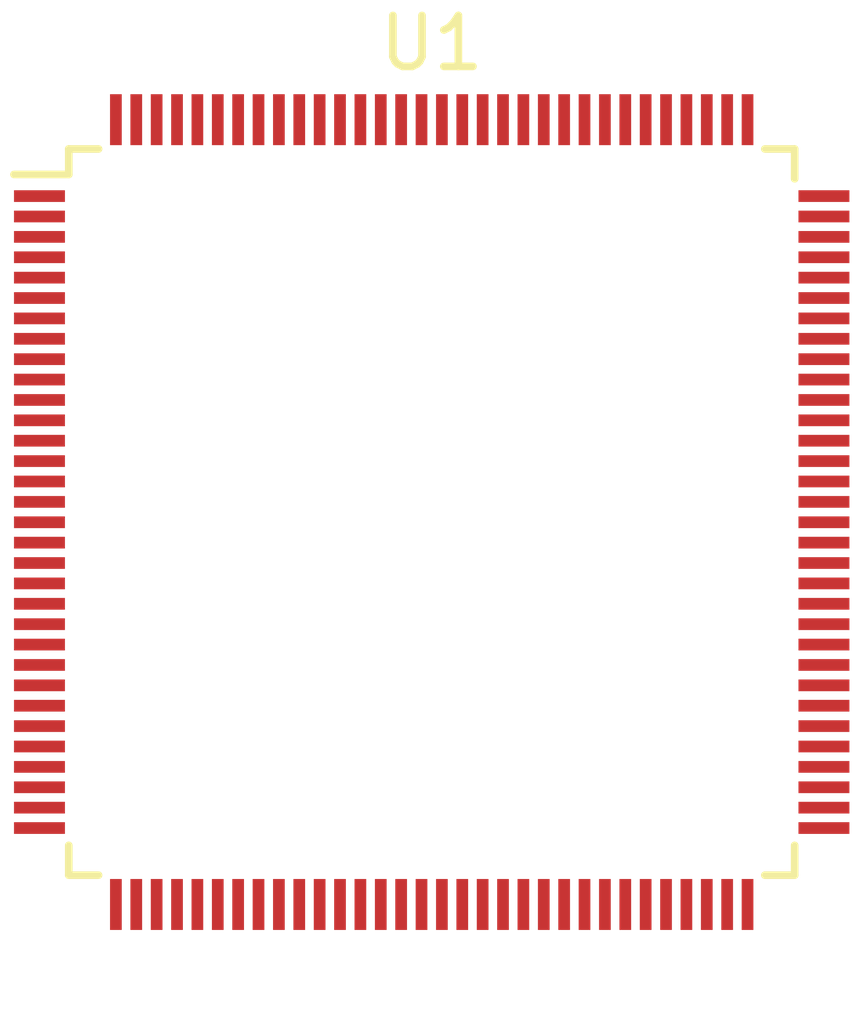
<source format=kicad_pcb>
(kicad_pcb (version 20210108) (generator pcbnew)
  (layers (0 "F.Cu" signal) (31 "B.Cu" signal) (34 "B.Paste" user) (35 "F.Paste" user) (36 "B.SilkS" user "B.Silkscreen") (37 "F.SilkS" user "F.Silkscreen") (38 "B.Mask" user) (39 "F.Mask" user) (44 "Edge.Cuts" user))
  (net 0 "")
  (net 1 "no_connect_(U1-Pad128)")
  (net 2 "no_connect_(U1-Pad127)")
  (net 3 "no_connect_(U1-Pad126)")
  (net 4 "no_connect_(U1-Pad125)")
  (net 5 "no_connect_(U1-Pad124)")
  (net 6 "no_connect_(U1-Pad123)")
  (net 7 "no_connect_(U1-Pad122)")
  (net 8 "no_connect_(U1-Pad121)")
  (net 9 "no_connect_(U1-Pad120)")
  (net 10 "no_connect_(U1-Pad119)")
  (net 11 "no_connect_(U1-Pad118)")
  (net 12 "no_connect_(U1-Pad117)")
  (net 13 "no_connect_(U1-Pad116)")
  (net 14 "no_connect_(U1-Pad115)")
  (net 15 "no_connect_(U1-Pad114)")
  (net 16 "no_connect_(U1-Pad113)")
  (net 17 "no_connect_(U1-Pad112)")
  (net 18 "no_connect_(U1-Pad111)")
  (net 19 "no_connect_(U1-Pad110)")
  (net 20 "no_connect_(U1-Pad109)")
  (net 21 "no_connect_(U1-Pad107)")
  (net 22 "no_connect_(U1-Pad106)")
  (net 23 "no_connect_(U1-Pad105)")
  (net 24 "no_connect_(U1-Pad104)")
  (net 25 "no_connect_(U1-Pad103)")
  (net 26 "no_connect_(U1-Pad102)")
  (net 27 "no_connect_(U1-Pad101)")
  (net 28 "no_connect_(U1-Pad100)")
  (net 29 "no_connect_(U1-Pad99)")
  (net 30 "no_connect_(U1-Pad98)")
  (net 31 "no_connect_(U1-Pad97)")
  (net 32 "no_connect_(U1-Pad96)")
  (net 33 "no_connect_(U1-Pad95)")
  (net 34 "no_connect_(U1-Pad94)")
  (net 35 "no_connect_(U1-Pad93)")
  (net 36 "no_connect_(U1-Pad92)")
  (net 37 "no_connect_(U1-Pad91)")
  (net 38 "no_connect_(U1-Pad90)")
  (net 39 "no_connect_(U1-Pad89)")
  (net 40 "no_connect_(U1-Pad88)")
  (net 41 "no_connect_(U1-Pad87)")
  (net 42 "no_connect_(U1-Pad86)")
  (net 43 "no_connect_(U1-Pad85)")
  (net 44 "no_connect_(U1-Pad84)")
  (net 45 "no_connect_(U1-Pad83)")
  (net 46 "no_connect_(U1-Pad82)")
  (net 47 "no_connect_(U1-Pad81)")
  (net 48 "no_connect_(U1-Pad80)")
  (net 49 "no_connect_(U1-Pad79)")
  (net 50 "no_connect_(U1-Pad78)")
  (net 51 "no_connect_(U1-Pad77)")
  (net 52 "no_connect_(U1-Pad76)")
  (net 53 "no_connect_(U1-Pad75)")
  (net 54 "no_connect_(U1-Pad72)")
  (net 55 "no_connect_(U1-Pad71)")
  (net 56 "no_connect_(U1-Pad70)")
  (net 57 "no_connect_(U1-Pad69)")
  (net 58 "no_connect_(U1-Pad68)")
  (net 59 "no_connect_(U1-Pad67)")
  (net 60 "no_connect_(U1-Pad66)")
  (net 61 "no_connect_(U1-Pad65)")
  (net 62 "no_connect_(U1-Pad64)")
  (net 63 "no_connect_(U1-Pad63)")
  (net 64 "no_connect_(U1-Pad62)")
  (net 65 "no_connect_(U1-Pad61)")
  (net 66 "no_connect_(U1-Pad60)")
  (net 67 "no_connect_(U1-Pad59)")
  (net 68 "no_connect_(U1-Pad58)")
  (net 69 "no_connect_(U1-Pad57)")
  (net 70 "no_connect_(U1-Pad56)")
  (net 71 "no_connect_(U1-Pad55)")
  (net 72 "no_connect_(U1-Pad54)")
  (net 73 "no_connect_(U1-Pad53)")
  (net 74 "no_connect_(U1-Pad52)")
  (net 75 "no_connect_(U1-Pad51)")
  (net 76 "no_connect_(U1-Pad50)")
  (net 77 "no_connect_(U1-Pad49)")
  (net 78 "no_connect_(U1-Pad48)")
  (net 79 "no_connect_(U1-Pad47)")
  (net 80 "no_connect_(U1-Pad46)")
  (net 81 "no_connect_(U1-Pad45)")
  (net 82 "no_connect_(U1-Pad44)")
  (net 83 "no_connect_(U1-Pad43)")
  (net 84 "no_connect_(U1-Pad42)")
  (net 85 "no_connect_(U1-Pad41)")
  (net 86 "no_connect_(U1-Pad40)")
  (net 87 "no_connect_(U1-Pad39)")
  (net 88 "no_connect_(U1-Pad38)")
  (net 89 "no_connect_(U1-Pad37)")
  (net 90 "no_connect_(U1-Pad36)")
  (net 91 "no_connect_(U1-Pad35)")
  (net 92 "no_connect_(U1-Pad34)")
  (net 93 "no_connect_(U1-Pad33)")
  (net 94 "no_connect_(U1-Pad32)")
  (net 95 "no_connect_(U1-Pad31)")
  (net 96 "no_connect_(U1-Pad30)")
  (net 97 "no_connect_(U1-Pad29)")
  (net 98 "no_connect_(U1-Pad28)")
  (net 99 "no_connect_(U1-Pad27)")
  (net 100 "no_connect_(U1-Pad26)")
  (net 101 "no_connect_(U1-Pad25)")
  (net 102 "no_connect_(U1-Pad24)")
  (net 103 "no_connect_(U1-Pad23)")
  (net 104 "no_connect_(U1-Pad22)")
  (net 105 "no_connect_(U1-Pad21)")
  (net 106 "no_connect_(U1-Pad20)")
  (net 107 "no_connect_(U1-Pad19)")
  (net 108 "no_connect_(U1-Pad18)")
  (net 109 "no_connect_(U1-Pad17)")
  (net 110 "no_connect_(U1-Pad16)")
  (net 111 "no_connect_(U1-Pad15)")
  (net 112 "no_connect_(U1-Pad14)")
  (net 113 "no_connect_(U1-Pad13)")
  (net 114 "no_connect_(U1-Pad12)")
  (net 115 "no_connect_(U1-Pad11)")
  (net 116 "no_connect_(U1-Pad10)")
  (net 117 "no_connect_(U1-Pad9)")
  (net 118 "no_connect_(U1-Pad8)")
  (net 119 "no_connect_(U1-Pad7)")
  (net 120 "no_connect_(U1-Pad6)")
  (net 121 "no_connect_(U1-Pad5)")
  (net 122 "no_connect_(U1-Pad4)")
  (net 123 "no_connect_(U1-Pad3)")
  (net 124 "no_connect_(U1-Pad2)")
  (net 125 "no_connect_(U1-Pad1)")
  (footprint "Package_QFP:TQFP-128_14x14mm_P0.4mm" (layer "F.Cu") (at 139.7 88.9)
    (fp_text reference "U1" (at 0 -9.2) (layer "F.SilkS"))
    (fp_text value "KSZ9477S")
    (fp_line (start 7.125 7.125) (end 6.54 7.125) (layer "F.SilkS") (width 0.15))
    (fp_line (start 7.125 -7.125) (end 7.125 -6.54) (layer "F.SilkS") (width 0.15))
    (fp_line (start -7.125 -6.625) (end -8.2 -6.625) (layer "F.SilkS") (width 0.15))
    (fp_line (start 7.125 7.125) (end 7.125 6.54) (layer "F.SilkS") (width 0.15))
    (fp_line (start -7.125 7.125) (end -7.125 6.54) (layer "F.SilkS") (width 0.15))
    (fp_line (start 7.125 -7.125) (end 6.54 -7.125) (layer "F.SilkS") (width 0.15))
    (fp_line (start -7.125 7.125) (end -6.54 7.125) (layer "F.SilkS") (width 0.15))
    (fp_line (start -7.125 -7.125) (end -6.54 -7.125) (layer "F.SilkS") (width 0.15))
    (fp_line (start -7.125 -7.125) (end -7.125 -6.625) (layer "F.SilkS") (width 0.15))
    (pad "1" smd rect (at -7.7 -6.2) (size 1 0.23) (layers "F.Cu" "F.Paste" "F.Mask") (net 125 "no_connect_(U1-Pad1)"))
    (pad "2" smd rect (at -7.7 -5.8) (size 1 0.23) (layers "F.Cu" "F.Paste" "F.Mask") (net 124 "no_connect_(U1-Pad2)"))
    (pad "3" smd rect (at -7.7 -5.4) (size 1 0.23) (layers "F.Cu" "F.Paste" "F.Mask") (net 123 "no_connect_(U1-Pad3)"))
    (pad "4" smd rect (at -7.7 -5) (size 1 0.23) (layers "F.Cu" "F.Paste" "F.Mask") (net 122 "no_connect_(U1-Pad4)"))
    (pad "5" smd rect (at -7.7 -4.6) (size 1 0.23) (layers "F.Cu" "F.Paste" "F.Mask") (net 121 "no_connect_(U1-Pad5)"))
    (pad "6" smd rect (at -7.7 -4.2) (size 1 0.23) (layers "F.Cu" "F.Paste" "F.Mask") (net 120 "no_connect_(U1-Pad6)"))
    (pad "7" smd rect (at -7.7 -3.8) (size 1 0.23) (layers "F.Cu" "F.Paste" "F.Mask") (net 119 "no_connect_(U1-Pad7)"))
    (pad "8" smd rect (at -7.7 -3.4) (size 1 0.23) (layers "F.Cu" "F.Paste" "F.Mask") (net 118 "no_connect_(U1-Pad8)"))
    (pad "9" smd rect (at -7.7 -3) (size 1 0.23) (layers "F.Cu" "F.Paste" "F.Mask") (net 117 "no_connect_(U1-Pad9)"))
    (pad "10" smd rect (at -7.7 -2.6) (size 1 0.23) (layers "F.Cu" "F.Paste" "F.Mask") (net 116 "no_connect_(U1-Pad10)"))
    (pad "11" smd rect (at -7.7 -2.2) (size 1 0.23) (layers "F.Cu" "F.Paste" "F.Mask") (net 115 "no_connect_(U1-Pad11)"))
    (pad "12" smd rect (at -7.7 -1.8) (size 1 0.23) (layers "F.Cu" "F.Paste" "F.Mask") (net 114 "no_connect_(U1-Pad12)"))
    (pad "13" smd rect (at -7.7 -1.4) (size 1 0.23) (layers "F.Cu" "F.Paste" "F.Mask") (net 113 "no_connect_(U1-Pad13)"))
    (pad "14" smd rect (at -7.7 -1) (size 1 0.23) (layers "F.Cu" "F.Paste" "F.Mask") (net 112 "no_connect_(U1-Pad14)"))
    (pad "15" smd rect (at -7.7 -0.6) (size 1 0.23) (layers "F.Cu" "F.Paste" "F.Mask") (net 111 "no_connect_(U1-Pad15)"))
    (pad "16" smd rect (at -7.7 -0.2) (size 1 0.23) (layers "F.Cu" "F.Paste" "F.Mask") (net 110 "no_connect_(U1-Pad16)"))
    (pad "17" smd rect (at -7.7 0.2) (size 1 0.23) (layers "F.Cu" "F.Paste" "F.Mask") (net 109 "no_connect_(U1-Pad17)"))
    (pad "18" smd rect (at -7.7 0.6) (size 1 0.23) (layers "F.Cu" "F.Paste" "F.Mask") (net 108 "no_connect_(U1-Pad18)"))
    (pad "19" smd rect (at -7.7 1) (size 1 0.23) (layers "F.Cu" "F.Paste" "F.Mask") (net 107 "no_connect_(U1-Pad19)"))
    (pad "20" smd rect (at -7.7 1.4) (size 1 0.23) (layers "F.Cu" "F.Paste" "F.Mask") (net 106 "no_connect_(U1-Pad20)"))
    (pad "21" smd rect (at -7.7 1.8) (size 1 0.23) (layers "F.Cu" "F.Paste" "F.Mask") (net 105 "no_connect_(U1-Pad21)"))
    (pad "22" smd rect (at -7.7 2.2) (size 1 0.23) (layers "F.Cu" "F.Paste" "F.Mask") (net 104 "no_connect_(U1-Pad22)"))
    (pad "23" smd rect (at -7.7 2.6) (size 1 0.23) (layers "F.Cu" "F.Paste" "F.Mask") (net 103 "no_connect_(U1-Pad23)"))
    (pad "24" smd rect (at -7.7 3) (size 1 0.23) (layers "F.Cu" "F.Paste" "F.Mask") (net 102 "no_connect_(U1-Pad24)"))
    (pad "25" smd rect (at -7.7 3.4) (size 1 0.23) (layers "F.Cu" "F.Paste" "F.Mask") (net 101 "no_connect_(U1-Pad25)"))
    (pad "26" smd rect (at -7.7 3.8) (size 1 0.23) (layers "F.Cu" "F.Paste" "F.Mask") (net 100 "no_connect_(U1-Pad26)"))
    (pad "27" smd rect (at -7.7 4.2) (size 1 0.23) (layers "F.Cu" "F.Paste" "F.Mask") (net 99 "no_connect_(U1-Pad27)"))
    (pad "28" smd rect (at -7.7 4.6) (size 1 0.23) (layers "F.Cu" "F.Paste" "F.Mask") (net 98 "no_connect_(U1-Pad28)"))
    (pad "29" smd rect (at -7.7 5) (size 1 0.23) (layers "F.Cu" "F.Paste" "F.Mask") (net 97 "no_connect_(U1-Pad29)"))
    (pad "30" smd rect (at -7.7 5.4) (size 1 0.23) (layers "F.Cu" "F.Paste" "F.Mask") (net 96 "no_connect_(U1-Pad30)"))
    (pad "31" smd rect (at -7.7 5.8) (size 1 0.23) (layers "F.Cu" "F.Paste" "F.Mask") (net 95 "no_connect_(U1-Pad31)"))
    (pad "32" smd rect (at -7.7 6.2) (size 1 0.23) (layers "F.Cu" "F.Paste" "F.Mask") (net 94 "no_connect_(U1-Pad32)"))
    (pad "33" smd rect (at -6.2 7.7 90) (size 1 0.23) (layers "F.Cu" "F.Paste" "F.Mask") (net 93 "no_connect_(U1-Pad33)"))
    (pad "34" smd rect (at -5.8 7.7 90) (size 1 0.23) (layers "F.Cu" "F.Paste" "F.Mask") (net 92 "no_connect_(U1-Pad34)"))
    (pad "35" smd rect (at -5.4 7.7 90) (size 1 0.23) (layers "F.Cu" "F.Paste" "F.Mask") (net 91 "no_connect_(U1-Pad35)"))
    (pad "36" smd rect (at -5 7.7 90) (size 1 0.23) (layers "F.Cu" "F.Paste" "F.Mask") (net 90 "no_connect_(U1-Pad36)"))
    (pad "37" smd rect (at -4.6 7.7 90) (size 1 0.23) (layers "F.Cu" "F.Paste" "F.Mask") (net 89 "no_connect_(U1-Pad37)"))
    (pad "38" smd rect (at -4.2 7.7 90) (size 1 0.23) (layers "F.Cu" "F.Paste" "F.Mask") (net 88 "no_connect_(U1-Pad38)"))
    (pad "39" smd rect (at -3.8 7.7 90) (size 1 0.23) (layers "F.Cu" "F.Paste" "F.Mask") (net 87 "no_connect_(U1-Pad39)"))
    (pad "40" smd rect (at -3.4 7.7 90) (size 1 0.23) (layers "F.Cu" "F.Paste" "F.Mask") (net 86 "no_connect_(U1-Pad40)"))
    (pad "41" smd rect (at -3 7.7 90) (size 1 0.23) (layers "F.Cu" "F.Paste" "F.Mask") (net 85 "no_connect_(U1-Pad41)"))
    (pad "42" smd rect (at -2.6 7.7 90) (size 1 0.23) (layers "F.Cu" "F.Paste" "F.Mask") (net 84 "no_connect_(U1-Pad42)"))
    (pad "43" smd rect (at -2.2 7.7 90) (size 1 0.23) (layers "F.Cu" "F.Paste" "F.Mask") (net 83 "no_connect_(U1-Pad43)"))
    (pad "44" smd rect (at -1.8 7.7 90) (size 1 0.23) (layers "F.Cu" "F.Paste" "F.Mask") (net 82 "no_connect_(U1-Pad44)"))
    (pad "45" smd rect (at -1.4 7.7 90) (size 1 0.23) (layers "F.Cu" "F.Paste" "F.Mask") (net 81 "no_connect_(U1-Pad45)"))
    (pad "46" smd rect (at -1 7.7 90) (size 1 0.23) (layers "F.Cu" "F.Paste" "F.Mask") (net 80 "no_connect_(U1-Pad46)"))
    (pad "47" smd rect (at -0.6 7.7 90) (size 1 0.23) (layers "F.Cu" "F.Paste" "F.Mask") (net 79 "no_connect_(U1-Pad47)"))
    (pad "48" smd rect (at -0.2 7.7 90) (size 1 0.23) (layers "F.Cu" "F.Paste" "F.Mask") (net 78 "no_connect_(U1-Pad48)"))
    (pad "49" smd rect (at 0.2 7.7 90) (size 1 0.23) (layers "F.Cu" "F.Paste" "F.Mask") (net 77 "no_connect_(U1-Pad49)"))
    (pad "50" smd rect (at 0.6 7.7 90) (size 1 0.23) (layers "F.Cu" "F.Paste" "F.Mask") (net 76 "no_connect_(U1-Pad50)"))
    (pad "51" smd rect (at 1 7.7 90) (size 1 0.23) (layers "F.Cu" "F.Paste" "F.Mask") (net 75 "no_connect_(U1-Pad51)"))
    (pad "52" smd rect (at 1.4 7.7 90) (size 1 0.23) (layers "F.Cu" "F.Paste" "F.Mask") (net 74 "no_connect_(U1-Pad52)"))
    (pad "53" smd rect (at 1.8 7.7 90) (size 1 0.23) (layers "F.Cu" "F.Paste" "F.Mask") (net 73 "no_connect_(U1-Pad53)"))
    (pad "54" smd rect (at 2.2 7.7 90) (size 1 0.23) (layers "F.Cu" "F.Paste" "F.Mask") (net 72 "no_connect_(U1-Pad54)"))
    (pad "55" smd rect (at 2.6 7.7 90) (size 1 0.23) (layers "F.Cu" "F.Paste" "F.Mask") (net 71 "no_connect_(U1-Pad55)"))
    (pad "56" smd rect (at 3 7.7 90) (size 1 0.23) (layers "F.Cu" "F.Paste" "F.Mask") (net 70 "no_connect_(U1-Pad56)"))
    (pad "57" smd rect (at 3.4 7.7 90) (size 1 0.23) (layers "F.Cu" "F.Paste" "F.Mask") (net 69 "no_connect_(U1-Pad57)"))
    (pad "58" smd rect (at 3.8 7.7 90) (size 1 0.23) (layers "F.Cu" "F.Paste" "F.Mask") (net 68 "no_connect_(U1-Pad58)"))
    (pad "59" smd rect (at 4.2 7.7 90) (size 1 0.23) (layers "F.Cu" "F.Paste" "F.Mask") (net 67 "no_connect_(U1-Pad59)"))
    (pad "60" smd rect (at 4.6 7.7 90) (size 1 0.23) (layers "F.Cu" "F.Paste" "F.Mask") (net 66 "no_connect_(U1-Pad60)"))
    (pad "61" smd rect (at 5 7.7 90) (size 1 0.23) (layers "F.Cu" "F.Paste" "F.Mask") (net 65 "no_connect_(U1-Pad61)"))
    (pad "62" smd rect (at 5.4 7.7 90) (size 1 0.23) (layers "F.Cu" "F.Paste" "F.Mask") (net 64 "no_connect_(U1-Pad62)"))
    (pad "63" smd rect (at 5.8 7.7 90) (size 1 0.23) (layers "F.Cu" "F.Paste" "F.Mask") (net 63 "no_connect_(U1-Pad63)"))
    (pad "64" smd rect (at 6.2 7.7 90) (size 1 0.23) (layers "F.Cu" "F.Paste" "F.Mask") (net 62 "no_connect_(U1-Pad64)"))
    (pad "65" smd rect (at 7.7 6.2) (size 1 0.23) (layers "F.Cu" "F.Paste" "F.Mask") (net 61 "no_connect_(U1-Pad65)"))
    (pad "66" smd rect (at 7.7 5.8) (size 1 0.23) (layers "F.Cu" "F.Paste" "F.Mask") (net 60 "no_connect_(U1-Pad66)"))
    (pad "67" smd rect (at 7.7 5.4) (size 1 0.23) (layers "F.Cu" "F.Paste" "F.Mask") (net 59 "no_connect_(U1-Pad67)"))
    (pad "68" smd rect (at 7.7 5) (size 1 0.23) (layers "F.Cu" "F.Paste" "F.Mask") (net 58 "no_connect_(U1-Pad68)"))
    (pad "69" smd rect (at 7.7 4.6) (size 1 0.23) (layers "F.Cu" "F.Paste" "F.Mask") (net 57 "no_connect_(U1-Pad69)"))
    (pad "70" smd rect (at 7.7 4.2) (size 1 0.23) (layers "F.Cu" "F.Paste" "F.Mask") (net 56 "no_connect_(U1-Pad70)"))
    (pad "71" smd rect (at 7.7 3.8) (size 1 0.23) (layers "F.Cu" "F.Paste" "F.Mask") (net 55 "no_connect_(U1-Pad71)"))
    (pad "72" smd rect (at 7.7 3.4) (size 1 0.23) (layers "F.Cu" "F.Paste" "F.Mask") (net 54 "no_connect_(U1-Pad72)"))
    (pad "73" smd rect (at 7.7 3) (size 1 0.23) (layers "F.Cu" "F.Paste" "F.Mask"))
    (pad "74" smd rect (at 7.7 2.6) (size 1 0.23) (layers "F.Cu" "F.Paste" "F.Mask"))
    (pad "75" smd rect (at 7.7 2.2) (size 1 0.23) (layers "F.Cu" "F.Paste" "F.Mask") (net 53 "no_connect_(U1-Pad75)"))
    (pad "76" smd rect (at 7.7 1.8) (size 1 0.23) (layers "F.Cu" "F.Paste" "F.Mask") (net 52 "no_connect_(U1-Pad76)"))
    (pad "77" smd rect (at 7.7 1.4) (size 1 0.23) (layers "F.Cu" "F.Paste" "F.Mask") (net 51 "no_connect_(U1-Pad77)"))
    (pad "78" smd rect (at 7.7 1) (size 1 0.23) (layers "F.Cu" "F.Paste" "F.Mask") (net 50 "no_connect_(U1-Pad78)"))
    (pad "79" smd rect (at 7.7 0.6) (size 1 0.23) (layers "F.Cu" "F.Paste" "F.Mask") (net 49 "no_connect_(U1-Pad79)"))
    (pad "80" smd rect (at 7.7 0.2) (size 1 0.23) (layers "F.Cu" "F.Paste" "F.Mask") (net 48 "no_connect_(U1-Pad80)"))
    (pad "81" smd rect (at 7.7 -0.2) (size 1 0.23) (layers "F.Cu" "F.Paste" "F.Mask") (net 47 "no_connect_(U1-Pad81)"))
    (pad "82" smd rect (at 7.7 -0.6) (size 1 0.23) (layers "F.Cu" "F.Paste" "F.Mask") (net 46 "no_connect_(U1-Pad82)"))
    (pad "83" smd rect (at 7.7 -1) (size 1 0.23) (layers "F.Cu" "F.Paste" "F.Mask") (net 45 "no_connect_(U1-Pad83)"))
    (pad "84" smd rect (at 7.7 -1.4) (size 1 0.23) (layers "F.Cu" "F.Paste" "F.Mask") (net 44 "no_connect_(U1-Pad84)"))
    (pad "85" smd rect (at 7.7 -1.8) (size 1 0.23) (layers "F.Cu" "F.Paste" "F.Mask") (net 43 "no_connect_(U1-Pad85)"))
    (pad "86" smd rect (at 7.7 -2.2) (size 1 0.23) (layers "F.Cu" "F.Paste" "F.Mask") (net 42 "no_connect_(U1-Pad86)"))
    (pad "87" smd rect (at 7.7 -2.6) (size 1 0.23) (layers "F.Cu" "F.Paste" "F.Mask") (net 41 "no_connect_(U1-Pad87)"))
    (pad "88" smd rect (at 7.7 -3) (size 1 0.23) (layers "F.Cu" "F.Paste" "F.Mask") (net 40 "no_connect_(U1-Pad88)"))
    (pad "89" smd rect (at 7.7 -3.4) (size 1 0.23) (layers "F.Cu" "F.Paste" "F.Mask") (net 39 "no_connect_(U1-Pad89)"))
    (pad "90" smd rect (at 7.7 -3.8) (size 1 0.23) (layers "F.Cu" "F.Paste" "F.Mask") (net 38 "no_connect_(U1-Pad90)"))
    (pad "91" smd rect (at 7.7 -4.2) (size 1 0.23) (layers "F.Cu" "F.Paste" "F.Mask") (net 37 "no_connect_(U1-Pad91)"))
    (pad "92" smd rect (at 7.7 -4.6) (size 1 0.23) (layers "F.Cu" "F.Paste" "F.Mask") (net 36 "no_connect_(U1-Pad92)"))
    (pad "93" smd rect (at 7.7 -5) (size 1 0.23) (layers "F.Cu" "F.Paste" "F.Mask") (net 35 "no_connect_(U1-Pad93)"))
    (pad "94" smd rect (at 7.7 -5.4) (size 1 0.23) (layers "F.Cu" "F.Paste" "F.Mask") (net 34 "no_connect_(U1-Pad94)"))
    (pad "95" smd rect (at 7.7 -5.8) (size 1 0.23) (layers "F.Cu" "F.Paste" "F.Mask") (net 33 "no_connect_(U1-Pad95)"))
    (pad "96" smd rect (at 7.7 -6.2) (size 1 0.23) (layers "F.Cu" "F.Paste" "F.Mask") (net 32 "no_connect_(U1-Pad96)"))
    (pad "97" smd rect (at 6.2 -7.7 90) (size 1 0.23) (layers "F.Cu" "F.Paste" "F.Mask") (net 31 "no_connect_(U1-Pad97)"))
    (pad "98" smd rect (at 5.8 -7.7 90) (size 1 0.23) (layers "F.Cu" "F.Paste" "F.Mask") (net 30 "no_connect_(U1-Pad98)"))
    (pad "99" smd rect (at 5.4 -7.7 90) (size 1 0.23) (layers "F.Cu" "F.Paste" "F.Mask") (net 29 "no_connect_(U1-Pad99)"))
    (pad "100" smd rect (at 5 -7.7 90) (size 1 0.23) (layers "F.Cu" "F.Paste" "F.Mask") (net 28 "no_connect_(U1-Pad100)"))
    (pad "101" smd rect (at 4.6 -7.7 90) (size 1 0.23) (layers "F.Cu" "F.Paste" "F.Mask") (net 27 "no_connect_(U1-Pad101)"))
    (pad "102" smd rect (at 4.2 -7.7 90) (size 1 0.23) (layers "F.Cu" "F.Paste" "F.Mask") (net 26 "no_connect_(U1-Pad102)"))
    (pad "103" smd rect (at 3.8 -7.7 90) (size 1 0.23) (layers "F.Cu" "F.Paste" "F.Mask") (net 25 "no_connect_(U1-Pad103)"))
    (pad "104" smd rect (at 3.4 -7.7 90) (size 1 0.23) (layers "F.Cu" "F.Paste" "F.Mask") (net 24 "no_connect_(U1-Pad104)"))
    (pad "105" smd rect (at 3 -7.7 90) (size 1 0.23) (layers "F.Cu" "F.Paste" "F.Mask") (net 23 "no_connect_(U1-Pad105)"))
    (pad "106" smd rect (at 2.6 -7.7 90) (size 1 0.23) (layers "F.Cu" "F.Paste" "F.Mask") (net 22 "no_connect_(U1-Pad106)"))
    (pad "107" smd rect (at 2.2 -7.7 90) (size 1 0.23) (layers "F.Cu" "F.Paste" "F.Mask") (net 21 "no_connect_(U1-Pad107)"))
    (pad "108" smd rect (at 1.8 -7.7 90) (size 1 0.23) (layers "F.Cu" "F.Paste" "F.Mask"))
    (pad "109" smd rect (at 1.4 -7.7 90) (size 1 0.23) (layers "F.Cu" "F.Paste" "F.Mask") (net 20 "no_connect_(U1-Pad109)"))
    (pad "110" smd rect (at 1 -7.7 90) (size 1 0.23) (layers "F.Cu" "F.Paste" "F.Mask") (net 19 "no_connect_(U1-Pad110)"))
    (pad "111" smd rect (at 0.6 -7.7 90) (size 1 0.23) (layers "F.Cu" "F.Paste" "F.Mask") (net 18 "no_connect_(U1-Pad111)"))
    (pad "112" smd rect (at 0.2 -7.7 90) (size 1 0.23) (layers "F.Cu" "F.Paste" "F.Mask") (net 17 "no_connect_(U1-Pad112)"))
    (pad "113" smd rect (at -0.2 -7.7 90) (size 1 0.23) (layers "F.Cu" "F.Paste" "F.Mask") (net 16 "no_connect_(U1-Pad113)"))
    (pad "114" smd rect (at -0.6 -7.7 90) (size 1 0.23) (layers "F.Cu" "F.Paste" "F.Mask") (net 15 "no_connect_(U1-Pad114)"))
    (pad "115" smd rect (at -1 -7.7 90) (size 1 0.23) (layers "F.Cu" "F.Paste" "F.Mask") (net 14 "no_connect_(U1-Pad115)"))
    (pad "116" smd rect (at -1.4 -7.7 90) (size 1 0.23) (layers "F.Cu" "F.Paste" "F.Mask") (net 13 "no_connect_(U1-Pad116)"))
    (pad "117" smd rect (at -1.8 -7.7 90) (size 1 0.23) (layers "F.Cu" "F.Paste" "F.Mask") (net 12 "no_connect_(U1-Pad117)"))
    (pad "118" smd rect (at -2.2 -7.7 90) (size 1 0.23) (layers "F.Cu" "F.Paste" "F.Mask") (net 11 "no_connect_(U1-Pad118)"))
    (pad "119" smd rect (at -2.6 -7.7 90) (size 1 0.23) (layers "F.Cu" "F.Paste" "F.Mask") (net 10 "no_connect_(U1-Pad119)"))
    (pad "120" smd rect (at -3 -7.7 90) (size 1 0.23) (layers "F.Cu" "F.Paste" "F.Mask") (net 9 "no_connect_(U1-Pad120)"))
    (pad "121" smd rect (at -3.4 -7.7 90) (size 1 0.23) (layers "F.Cu" "F.Paste" "F.Mask") (net 8 "no_connect_(U1-Pad121)"))
    (pad "122" smd rect (at -3.8 -7.7 90) (size 1 0.23) (layers "F.Cu" "F.Paste" "F.Mask") (net 7 "no_connect_(U1-Pad122)"))
    (pad "123" smd rect (at -4.2 -7.7 90) (size 1 0.23) (layers "F.Cu" "F.Paste" "F.Mask") (net 6 "no_connect_(U1-Pad123)"))
    (pad "124" smd rect (at -4.6 -7.7 90) (size 1 0.23) (layers "F.Cu" "F.Paste" "F.Mask") (net 5 "no_connect_(U1-Pad124)"))
    (pad "125" smd rect (at -5 -7.7 90) (size 1 0.23) (layers "F.Cu" "F.Paste" "F.Mask") (net 4 "no_connect_(U1-Pad125)"))
    (pad "126" smd rect (at -5.4 -7.7 90) (size 1 0.23) (layers "F.Cu" "F.Paste" "F.Mask") (net 3 "no_connect_(U1-Pad126)"))
    (pad "127" smd rect (at -5.8 -7.7 90) (size 1 0.23) (layers "F.Cu" "F.Paste" "F.Mask") (net 2 "no_connect_(U1-Pad127)"))
    (pad "128" smd rect (at -6.2 -7.7 90) (size 1 0.23) (layers "F.Cu" "F.Paste" "F.Mask") (net 1 "no_connect_(U1-Pad128)"))
  )
)
</source>
